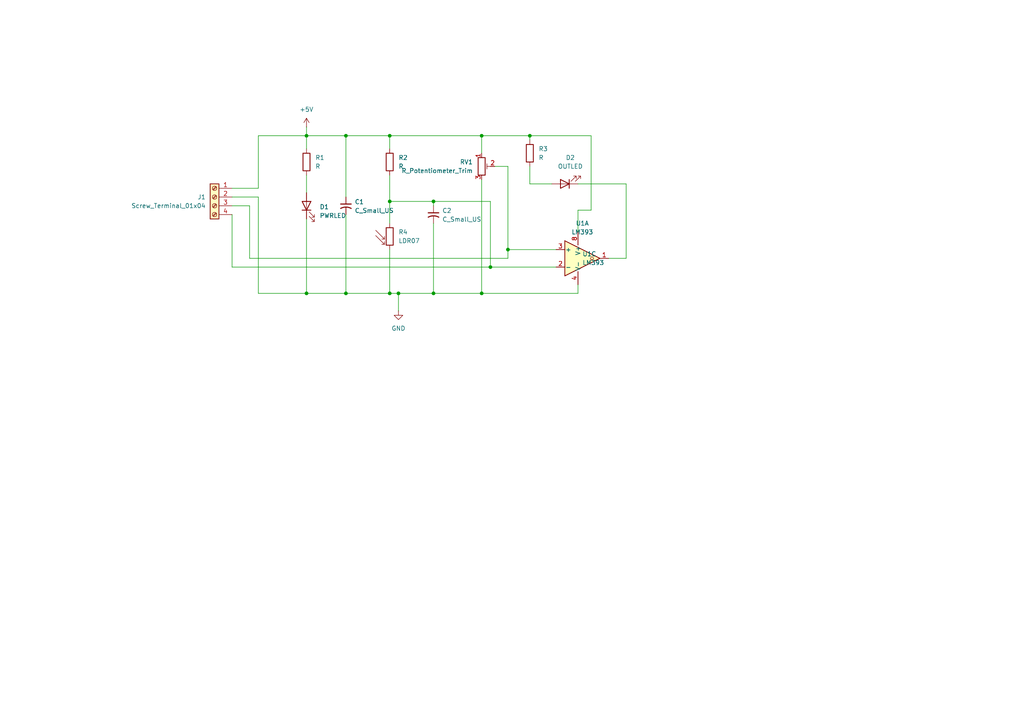
<source format=kicad_sch>
(kicad_sch
	(version 20250114)
	(generator "eeschema")
	(generator_version "9.0")
	(uuid "7d0d812b-e510-439d-bbc5-3805dd10db2e")
	(paper "A4")
	(lib_symbols
		(symbol "Comparator:LM393"
			(pin_names
				(offset 0.127)
			)
			(exclude_from_sim no)
			(in_bom yes)
			(on_board yes)
			(property "Reference" "U"
				(at 3.81 3.81 0)
				(effects
					(font
						(size 1.27 1.27)
					)
				)
			)
			(property "Value" "LM393"
				(at 6.35 -3.81 0)
				(effects
					(font
						(size 1.27 1.27)
					)
				)
			)
			(property "Footprint" ""
				(at 0 0 0)
				(effects
					(font
						(size 1.27 1.27)
					)
					(hide yes)
				)
			)
			(property "Datasheet" "http://www.ti.com/lit/ds/symlink/lm393.pdf"
				(at 0 0 0)
				(effects
					(font
						(size 1.27 1.27)
					)
					(hide yes)
				)
			)
			(property "Description" "Low-Power, Low-Offset Voltage, Dual Comparators, DIP-8/SOIC-8/TO-99-8"
				(at 0 0 0)
				(effects
					(font
						(size 1.27 1.27)
					)
					(hide yes)
				)
			)
			(property "ki_locked" ""
				(at 0 0 0)
				(effects
					(font
						(size 1.27 1.27)
					)
				)
			)
			(property "ki_keywords" "cmp open collector"
				(at 0 0 0)
				(effects
					(font
						(size 1.27 1.27)
					)
					(hide yes)
				)
			)
			(property "ki_fp_filters" "SOIC*3.9x4.9mm*P1.27mm* DIP*W7.62mm* SOP*5.28x5.23mm*P1.27mm* VSSOP*3x3mm*P0.65mm* TSSOP*4.4x3mm*P0.65mm*"
				(at 0 0 0)
				(effects
					(font
						(size 1.27 1.27)
					)
					(hide yes)
				)
			)
			(symbol "LM393_1_1"
				(polyline
					(pts
						(xy -5.08 5.08) (xy 5.08 0) (xy -5.08 -5.08) (xy -5.08 5.08)
					)
					(stroke
						(width 0.254)
						(type default)
					)
					(fill
						(type background)
					)
				)
				(polyline
					(pts
						(xy 3.302 -0.508) (xy 2.794 -0.508) (xy 3.302 0) (xy 2.794 0.508) (xy 2.286 0) (xy 2.794 -0.508)
						(xy 2.286 -0.508)
					)
					(stroke
						(width 0.127)
						(type default)
					)
					(fill
						(type none)
					)
				)
				(pin input line
					(at -7.62 2.54 0)
					(length 2.54)
					(name "+"
						(effects
							(font
								(size 1.27 1.27)
							)
						)
					)
					(number "3"
						(effects
							(font
								(size 1.27 1.27)
							)
						)
					)
				)
				(pin input line
					(at -7.62 -2.54 0)
					(length 2.54)
					(name "-"
						(effects
							(font
								(size 1.27 1.27)
							)
						)
					)
					(number "2"
						(effects
							(font
								(size 1.27 1.27)
							)
						)
					)
				)
				(pin open_collector line
					(at 7.62 0 180)
					(length 2.54)
					(name "~"
						(effects
							(font
								(size 1.27 1.27)
							)
						)
					)
					(number "1"
						(effects
							(font
								(size 1.27 1.27)
							)
						)
					)
				)
			)
			(symbol "LM393_2_1"
				(polyline
					(pts
						(xy -5.08 5.08) (xy 5.08 0) (xy -5.08 -5.08) (xy -5.08 5.08)
					)
					(stroke
						(width 0.254)
						(type default)
					)
					(fill
						(type background)
					)
				)
				(polyline
					(pts
						(xy 3.302 -0.508) (xy 2.794 -0.508) (xy 3.302 0) (xy 2.794 0.508) (xy 2.286 0) (xy 2.794 -0.508)
						(xy 2.286 -0.508)
					)
					(stroke
						(width 0.127)
						(type default)
					)
					(fill
						(type none)
					)
				)
				(pin input line
					(at -7.62 2.54 0)
					(length 2.54)
					(name "+"
						(effects
							(font
								(size 1.27 1.27)
							)
						)
					)
					(number "5"
						(effects
							(font
								(size 1.27 1.27)
							)
						)
					)
				)
				(pin input line
					(at -7.62 -2.54 0)
					(length 2.54)
					(name "-"
						(effects
							(font
								(size 1.27 1.27)
							)
						)
					)
					(number "6"
						(effects
							(font
								(size 1.27 1.27)
							)
						)
					)
				)
				(pin open_collector line
					(at 7.62 0 180)
					(length 2.54)
					(name "~"
						(effects
							(font
								(size 1.27 1.27)
							)
						)
					)
					(number "7"
						(effects
							(font
								(size 1.27 1.27)
							)
						)
					)
				)
			)
			(symbol "LM393_3_1"
				(pin power_in line
					(at -2.54 7.62 270)
					(length 3.81)
					(name "V+"
						(effects
							(font
								(size 1.27 1.27)
							)
						)
					)
					(number "8"
						(effects
							(font
								(size 1.27 1.27)
							)
						)
					)
				)
				(pin power_in line
					(at -2.54 -7.62 90)
					(length 3.81)
					(name "V-"
						(effects
							(font
								(size 1.27 1.27)
							)
						)
					)
					(number "4"
						(effects
							(font
								(size 1.27 1.27)
							)
						)
					)
				)
			)
			(embedded_fonts no)
		)
		(symbol "Connector:Screw_Terminal_01x04"
			(pin_names
				(offset 1.016)
				(hide yes)
			)
			(exclude_from_sim no)
			(in_bom yes)
			(on_board yes)
			(property "Reference" "J"
				(at 0 5.08 0)
				(effects
					(font
						(size 1.27 1.27)
					)
				)
			)
			(property "Value" "Screw_Terminal_01x04"
				(at 0 -7.62 0)
				(effects
					(font
						(size 1.27 1.27)
					)
				)
			)
			(property "Footprint" ""
				(at 0 0 0)
				(effects
					(font
						(size 1.27 1.27)
					)
					(hide yes)
				)
			)
			(property "Datasheet" "~"
				(at 0 0 0)
				(effects
					(font
						(size 1.27 1.27)
					)
					(hide yes)
				)
			)
			(property "Description" "Generic screw terminal, single row, 01x04, script generated (kicad-library-utils/schlib/autogen/connector/)"
				(at 0 0 0)
				(effects
					(font
						(size 1.27 1.27)
					)
					(hide yes)
				)
			)
			(property "ki_keywords" "screw terminal"
				(at 0 0 0)
				(effects
					(font
						(size 1.27 1.27)
					)
					(hide yes)
				)
			)
			(property "ki_fp_filters" "TerminalBlock*:*"
				(at 0 0 0)
				(effects
					(font
						(size 1.27 1.27)
					)
					(hide yes)
				)
			)
			(symbol "Screw_Terminal_01x04_1_1"
				(rectangle
					(start -1.27 3.81)
					(end 1.27 -6.35)
					(stroke
						(width 0.254)
						(type default)
					)
					(fill
						(type background)
					)
				)
				(polyline
					(pts
						(xy -0.5334 2.8702) (xy 0.3302 2.032)
					)
					(stroke
						(width 0.1524)
						(type default)
					)
					(fill
						(type none)
					)
				)
				(polyline
					(pts
						(xy -0.5334 0.3302) (xy 0.3302 -0.508)
					)
					(stroke
						(width 0.1524)
						(type default)
					)
					(fill
						(type none)
					)
				)
				(polyline
					(pts
						(xy -0.5334 -2.2098) (xy 0.3302 -3.048)
					)
					(stroke
						(width 0.1524)
						(type default)
					)
					(fill
						(type none)
					)
				)
				(polyline
					(pts
						(xy -0.5334 -4.7498) (xy 0.3302 -5.588)
					)
					(stroke
						(width 0.1524)
						(type default)
					)
					(fill
						(type none)
					)
				)
				(polyline
					(pts
						(xy -0.3556 3.048) (xy 0.508 2.2098)
					)
					(stroke
						(width 0.1524)
						(type default)
					)
					(fill
						(type none)
					)
				)
				(polyline
					(pts
						(xy -0.3556 0.508) (xy 0.508 -0.3302)
					)
					(stroke
						(width 0.1524)
						(type default)
					)
					(fill
						(type none)
					)
				)
				(polyline
					(pts
						(xy -0.3556 -2.032) (xy 0.508 -2.8702)
					)
					(stroke
						(width 0.1524)
						(type default)
					)
					(fill
						(type none)
					)
				)
				(polyline
					(pts
						(xy -0.3556 -4.572) (xy 0.508 -5.4102)
					)
					(stroke
						(width 0.1524)
						(type default)
					)
					(fill
						(type none)
					)
				)
				(circle
					(center 0 2.54)
					(radius 0.635)
					(stroke
						(width 0.1524)
						(type default)
					)
					(fill
						(type none)
					)
				)
				(circle
					(center 0 0)
					(radius 0.635)
					(stroke
						(width 0.1524)
						(type default)
					)
					(fill
						(type none)
					)
				)
				(circle
					(center 0 -2.54)
					(radius 0.635)
					(stroke
						(width 0.1524)
						(type default)
					)
					(fill
						(type none)
					)
				)
				(circle
					(center 0 -5.08)
					(radius 0.635)
					(stroke
						(width 0.1524)
						(type default)
					)
					(fill
						(type none)
					)
				)
				(pin passive line
					(at -5.08 2.54 0)
					(length 3.81)
					(name "Pin_1"
						(effects
							(font
								(size 1.27 1.27)
							)
						)
					)
					(number "1"
						(effects
							(font
								(size 1.27 1.27)
							)
						)
					)
				)
				(pin passive line
					(at -5.08 0 0)
					(length 3.81)
					(name "Pin_2"
						(effects
							(font
								(size 1.27 1.27)
							)
						)
					)
					(number "2"
						(effects
							(font
								(size 1.27 1.27)
							)
						)
					)
				)
				(pin passive line
					(at -5.08 -2.54 0)
					(length 3.81)
					(name "Pin_3"
						(effects
							(font
								(size 1.27 1.27)
							)
						)
					)
					(number "3"
						(effects
							(font
								(size 1.27 1.27)
							)
						)
					)
				)
				(pin passive line
					(at -5.08 -5.08 0)
					(length 3.81)
					(name "Pin_4"
						(effects
							(font
								(size 1.27 1.27)
							)
						)
					)
					(number "4"
						(effects
							(font
								(size 1.27 1.27)
							)
						)
					)
				)
			)
			(embedded_fonts no)
		)
		(symbol "Device:C_Small_US"
			(pin_numbers
				(hide yes)
			)
			(pin_names
				(offset 0.254)
				(hide yes)
			)
			(exclude_from_sim no)
			(in_bom yes)
			(on_board yes)
			(property "Reference" "C"
				(at 0.254 1.778 0)
				(effects
					(font
						(size 1.27 1.27)
					)
					(justify left)
				)
			)
			(property "Value" "C_Small_US"
				(at 0.254 -2.032 0)
				(effects
					(font
						(size 1.27 1.27)
					)
					(justify left)
				)
			)
			(property "Footprint" ""
				(at 0 0 0)
				(effects
					(font
						(size 1.27 1.27)
					)
					(hide yes)
				)
			)
			(property "Datasheet" ""
				(at 0 0 0)
				(effects
					(font
						(size 1.27 1.27)
					)
					(hide yes)
				)
			)
			(property "Description" "capacitor, small US symbol"
				(at 0 0 0)
				(effects
					(font
						(size 1.27 1.27)
					)
					(hide yes)
				)
			)
			(property "ki_keywords" "cap capacitor"
				(at 0 0 0)
				(effects
					(font
						(size 1.27 1.27)
					)
					(hide yes)
				)
			)
			(property "ki_fp_filters" "C_*"
				(at 0 0 0)
				(effects
					(font
						(size 1.27 1.27)
					)
					(hide yes)
				)
			)
			(symbol "C_Small_US_0_1"
				(polyline
					(pts
						(xy -1.524 0.508) (xy 1.524 0.508)
					)
					(stroke
						(width 0.3048)
						(type default)
					)
					(fill
						(type none)
					)
				)
				(arc
					(start -1.524 -0.762)
					(mid 0 -0.3734)
					(end 1.524 -0.762)
					(stroke
						(width 0.3048)
						(type default)
					)
					(fill
						(type none)
					)
				)
			)
			(symbol "C_Small_US_1_1"
				(pin passive line
					(at 0 2.54 270)
					(length 2.032)
					(name "~"
						(effects
							(font
								(size 1.27 1.27)
							)
						)
					)
					(number "1"
						(effects
							(font
								(size 1.27 1.27)
							)
						)
					)
				)
				(pin passive line
					(at 0 -2.54 90)
					(length 2.032)
					(name "~"
						(effects
							(font
								(size 1.27 1.27)
							)
						)
					)
					(number "2"
						(effects
							(font
								(size 1.27 1.27)
							)
						)
					)
				)
			)
			(embedded_fonts no)
		)
		(symbol "Device:LED"
			(pin_numbers
				(hide yes)
			)
			(pin_names
				(offset 1.016)
				(hide yes)
			)
			(exclude_from_sim no)
			(in_bom yes)
			(on_board yes)
			(property "Reference" "D"
				(at 0 2.54 0)
				(effects
					(font
						(size 1.27 1.27)
					)
				)
			)
			(property "Value" "LED"
				(at 0 -2.54 0)
				(effects
					(font
						(size 1.27 1.27)
					)
				)
			)
			(property "Footprint" ""
				(at 0 0 0)
				(effects
					(font
						(size 1.27 1.27)
					)
					(hide yes)
				)
			)
			(property "Datasheet" "~"
				(at 0 0 0)
				(effects
					(font
						(size 1.27 1.27)
					)
					(hide yes)
				)
			)
			(property "Description" "Light emitting diode"
				(at 0 0 0)
				(effects
					(font
						(size 1.27 1.27)
					)
					(hide yes)
				)
			)
			(property "Sim.Pins" "1=K 2=A"
				(at 0 0 0)
				(effects
					(font
						(size 1.27 1.27)
					)
					(hide yes)
				)
			)
			(property "ki_keywords" "LED diode"
				(at 0 0 0)
				(effects
					(font
						(size 1.27 1.27)
					)
					(hide yes)
				)
			)
			(property "ki_fp_filters" "LED* LED_SMD:* LED_THT:*"
				(at 0 0 0)
				(effects
					(font
						(size 1.27 1.27)
					)
					(hide yes)
				)
			)
			(symbol "LED_0_1"
				(polyline
					(pts
						(xy -3.048 -0.762) (xy -4.572 -2.286) (xy -3.81 -2.286) (xy -4.572 -2.286) (xy -4.572 -1.524)
					)
					(stroke
						(width 0)
						(type default)
					)
					(fill
						(type none)
					)
				)
				(polyline
					(pts
						(xy -1.778 -0.762) (xy -3.302 -2.286) (xy -2.54 -2.286) (xy -3.302 -2.286) (xy -3.302 -1.524)
					)
					(stroke
						(width 0)
						(type default)
					)
					(fill
						(type none)
					)
				)
				(polyline
					(pts
						(xy -1.27 0) (xy 1.27 0)
					)
					(stroke
						(width 0)
						(type default)
					)
					(fill
						(type none)
					)
				)
				(polyline
					(pts
						(xy -1.27 -1.27) (xy -1.27 1.27)
					)
					(stroke
						(width 0.254)
						(type default)
					)
					(fill
						(type none)
					)
				)
				(polyline
					(pts
						(xy 1.27 -1.27) (xy 1.27 1.27) (xy -1.27 0) (xy 1.27 -1.27)
					)
					(stroke
						(width 0.254)
						(type default)
					)
					(fill
						(type none)
					)
				)
			)
			(symbol "LED_1_1"
				(pin passive line
					(at -3.81 0 0)
					(length 2.54)
					(name "K"
						(effects
							(font
								(size 1.27 1.27)
							)
						)
					)
					(number "1"
						(effects
							(font
								(size 1.27 1.27)
							)
						)
					)
				)
				(pin passive line
					(at 3.81 0 180)
					(length 2.54)
					(name "A"
						(effects
							(font
								(size 1.27 1.27)
							)
						)
					)
					(number "2"
						(effects
							(font
								(size 1.27 1.27)
							)
						)
					)
				)
			)
			(embedded_fonts no)
		)
		(symbol "Device:R"
			(pin_numbers
				(hide yes)
			)
			(pin_names
				(offset 0)
			)
			(exclude_from_sim no)
			(in_bom yes)
			(on_board yes)
			(property "Reference" "R"
				(at 2.032 0 90)
				(effects
					(font
						(size 1.27 1.27)
					)
				)
			)
			(property "Value" "R"
				(at 0 0 90)
				(effects
					(font
						(size 1.27 1.27)
					)
				)
			)
			(property "Footprint" ""
				(at -1.778 0 90)
				(effects
					(font
						(size 1.27 1.27)
					)
					(hide yes)
				)
			)
			(property "Datasheet" "~"
				(at 0 0 0)
				(effects
					(font
						(size 1.27 1.27)
					)
					(hide yes)
				)
			)
			(property "Description" "Resistor"
				(at 0 0 0)
				(effects
					(font
						(size 1.27 1.27)
					)
					(hide yes)
				)
			)
			(property "ki_keywords" "R res resistor"
				(at 0 0 0)
				(effects
					(font
						(size 1.27 1.27)
					)
					(hide yes)
				)
			)
			(property "ki_fp_filters" "R_*"
				(at 0 0 0)
				(effects
					(font
						(size 1.27 1.27)
					)
					(hide yes)
				)
			)
			(symbol "R_0_1"
				(rectangle
					(start -1.016 -2.54)
					(end 1.016 2.54)
					(stroke
						(width 0.254)
						(type default)
					)
					(fill
						(type none)
					)
				)
			)
			(symbol "R_1_1"
				(pin passive line
					(at 0 3.81 270)
					(length 1.27)
					(name "~"
						(effects
							(font
								(size 1.27 1.27)
							)
						)
					)
					(number "1"
						(effects
							(font
								(size 1.27 1.27)
							)
						)
					)
				)
				(pin passive line
					(at 0 -3.81 90)
					(length 1.27)
					(name "~"
						(effects
							(font
								(size 1.27 1.27)
							)
						)
					)
					(number "2"
						(effects
							(font
								(size 1.27 1.27)
							)
						)
					)
				)
			)
			(embedded_fonts no)
		)
		(symbol "Device:R_Potentiometer_Trim"
			(pin_names
				(offset 1.016)
				(hide yes)
			)
			(exclude_from_sim no)
			(in_bom yes)
			(on_board yes)
			(property "Reference" "RV"
				(at -4.445 0 90)
				(effects
					(font
						(size 1.27 1.27)
					)
				)
			)
			(property "Value" "R_Potentiometer_Trim"
				(at -2.54 0 90)
				(effects
					(font
						(size 1.27 1.27)
					)
				)
			)
			(property "Footprint" ""
				(at 0 0 0)
				(effects
					(font
						(size 1.27 1.27)
					)
					(hide yes)
				)
			)
			(property "Datasheet" "~"
				(at 0 0 0)
				(effects
					(font
						(size 1.27 1.27)
					)
					(hide yes)
				)
			)
			(property "Description" "Trim-potentiometer"
				(at 0 0 0)
				(effects
					(font
						(size 1.27 1.27)
					)
					(hide yes)
				)
			)
			(property "ki_keywords" "resistor variable trimpot trimmer"
				(at 0 0 0)
				(effects
					(font
						(size 1.27 1.27)
					)
					(hide yes)
				)
			)
			(property "ki_fp_filters" "Potentiometer*"
				(at 0 0 0)
				(effects
					(font
						(size 1.27 1.27)
					)
					(hide yes)
				)
			)
			(symbol "R_Potentiometer_Trim_0_1"
				(rectangle
					(start 1.016 2.54)
					(end -1.016 -2.54)
					(stroke
						(width 0.254)
						(type default)
					)
					(fill
						(type none)
					)
				)
				(polyline
					(pts
						(xy 1.524 0.762) (xy 1.524 -0.762)
					)
					(stroke
						(width 0)
						(type default)
					)
					(fill
						(type none)
					)
				)
				(polyline
					(pts
						(xy 2.54 0) (xy 1.524 0)
					)
					(stroke
						(width 0)
						(type default)
					)
					(fill
						(type none)
					)
				)
			)
			(symbol "R_Potentiometer_Trim_1_1"
				(pin passive line
					(at 0 3.81 270)
					(length 1.27)
					(name "1"
						(effects
							(font
								(size 1.27 1.27)
							)
						)
					)
					(number "1"
						(effects
							(font
								(size 1.27 1.27)
							)
						)
					)
				)
				(pin passive line
					(at 0 -3.81 90)
					(length 1.27)
					(name "3"
						(effects
							(font
								(size 1.27 1.27)
							)
						)
					)
					(number "3"
						(effects
							(font
								(size 1.27 1.27)
							)
						)
					)
				)
				(pin passive line
					(at 3.81 0 180)
					(length 1.27)
					(name "2"
						(effects
							(font
								(size 1.27 1.27)
							)
						)
					)
					(number "2"
						(effects
							(font
								(size 1.27 1.27)
							)
						)
					)
				)
			)
			(embedded_fonts no)
		)
		(symbol "Sensor_Optical:LDR07"
			(pin_numbers
				(hide yes)
			)
			(pin_names
				(offset 0)
			)
			(exclude_from_sim no)
			(in_bom yes)
			(on_board yes)
			(property "Reference" "R"
				(at -5.08 0 90)
				(effects
					(font
						(size 1.27 1.27)
					)
				)
			)
			(property "Value" "LDR07"
				(at 1.905 0 90)
				(effects
					(font
						(size 1.27 1.27)
					)
					(justify top)
				)
			)
			(property "Footprint" "OptoDevice:R_LDR_5.1x4.3mm_P3.4mm_Vertical"
				(at 4.445 0 90)
				(effects
					(font
						(size 1.27 1.27)
					)
					(hide yes)
				)
			)
			(property "Datasheet" "http://www.tme.eu/de/Document/f2e3ad76a925811312d226c31da4cd7e/LDR07.pdf"
				(at 0 -1.27 0)
				(effects
					(font
						(size 1.27 1.27)
					)
					(hide yes)
				)
			)
			(property "Description" "light dependent resistor"
				(at 0 0 0)
				(effects
					(font
						(size 1.27 1.27)
					)
					(hide yes)
				)
			)
			(property "ki_keywords" "light dependent photo resistor LDR"
				(at 0 0 0)
				(effects
					(font
						(size 1.27 1.27)
					)
					(hide yes)
				)
			)
			(property "ki_fp_filters" "R*LDR*5.1x4.3mm*P3.4mm*"
				(at 0 0 0)
				(effects
					(font
						(size 1.27 1.27)
					)
					(hide yes)
				)
			)
			(symbol "LDR07_0_1"
				(polyline
					(pts
						(xy -1.524 -0.762) (xy -4.064 1.778)
					)
					(stroke
						(width 0)
						(type default)
					)
					(fill
						(type none)
					)
				)
				(polyline
					(pts
						(xy -1.524 -0.762) (xy -2.286 -0.762)
					)
					(stroke
						(width 0)
						(type default)
					)
					(fill
						(type none)
					)
				)
				(polyline
					(pts
						(xy -1.524 -0.762) (xy -1.524 0)
					)
					(stroke
						(width 0)
						(type default)
					)
					(fill
						(type none)
					)
				)
				(polyline
					(pts
						(xy -1.524 -2.286) (xy -4.064 0.254)
					)
					(stroke
						(width 0)
						(type default)
					)
					(fill
						(type none)
					)
				)
				(polyline
					(pts
						(xy -1.524 -2.286) (xy -2.286 -2.286)
					)
					(stroke
						(width 0)
						(type default)
					)
					(fill
						(type none)
					)
				)
				(polyline
					(pts
						(xy -1.524 -2.286) (xy -1.524 -1.524)
					)
					(stroke
						(width 0)
						(type default)
					)
					(fill
						(type none)
					)
				)
				(rectangle
					(start -1.016 2.54)
					(end 1.016 -2.54)
					(stroke
						(width 0.254)
						(type default)
					)
					(fill
						(type none)
					)
				)
			)
			(symbol "LDR07_1_1"
				(pin passive line
					(at 0 3.81 270)
					(length 1.27)
					(name "~"
						(effects
							(font
								(size 1.27 1.27)
							)
						)
					)
					(number "1"
						(effects
							(font
								(size 1.27 1.27)
							)
						)
					)
				)
				(pin passive line
					(at 0 -3.81 90)
					(length 1.27)
					(name "~"
						(effects
							(font
								(size 1.27 1.27)
							)
						)
					)
					(number "2"
						(effects
							(font
								(size 1.27 1.27)
							)
						)
					)
				)
			)
			(embedded_fonts no)
		)
		(symbol "power:+5V"
			(power)
			(pin_numbers
				(hide yes)
			)
			(pin_names
				(offset 0)
				(hide yes)
			)
			(exclude_from_sim no)
			(in_bom yes)
			(on_board yes)
			(property "Reference" "#PWR"
				(at 0 -3.81 0)
				(effects
					(font
						(size 1.27 1.27)
					)
					(hide yes)
				)
			)
			(property "Value" "+5V"
				(at 0 3.556 0)
				(effects
					(font
						(size 1.27 1.27)
					)
				)
			)
			(property "Footprint" ""
				(at 0 0 0)
				(effects
					(font
						(size 1.27 1.27)
					)
					(hide yes)
				)
			)
			(property "Datasheet" ""
				(at 0 0 0)
				(effects
					(font
						(size 1.27 1.27)
					)
					(hide yes)
				)
			)
			(property "Description" "Power symbol creates a global label with name \"+5V\""
				(at 0 0 0)
				(effects
					(font
						(size 1.27 1.27)
					)
					(hide yes)
				)
			)
			(property "ki_keywords" "global power"
				(at 0 0 0)
				(effects
					(font
						(size 1.27 1.27)
					)
					(hide yes)
				)
			)
			(symbol "+5V_0_1"
				(polyline
					(pts
						(xy -0.762 1.27) (xy 0 2.54)
					)
					(stroke
						(width 0)
						(type default)
					)
					(fill
						(type none)
					)
				)
				(polyline
					(pts
						(xy 0 2.54) (xy 0.762 1.27)
					)
					(stroke
						(width 0)
						(type default)
					)
					(fill
						(type none)
					)
				)
				(polyline
					(pts
						(xy 0 0) (xy 0 2.54)
					)
					(stroke
						(width 0)
						(type default)
					)
					(fill
						(type none)
					)
				)
			)
			(symbol "+5V_1_1"
				(pin power_in line
					(at 0 0 90)
					(length 0)
					(name "~"
						(effects
							(font
								(size 1.27 1.27)
							)
						)
					)
					(number "1"
						(effects
							(font
								(size 1.27 1.27)
							)
						)
					)
				)
			)
			(embedded_fonts no)
		)
		(symbol "power:GND"
			(power)
			(pin_numbers
				(hide yes)
			)
			(pin_names
				(offset 0)
				(hide yes)
			)
			(exclude_from_sim no)
			(in_bom yes)
			(on_board yes)
			(property "Reference" "#PWR"
				(at 0 -6.35 0)
				(effects
					(font
						(size 1.27 1.27)
					)
					(hide yes)
				)
			)
			(property "Value" "GND"
				(at 0 -3.81 0)
				(effects
					(font
						(size 1.27 1.27)
					)
				)
			)
			(property "Footprint" ""
				(at 0 0 0)
				(effects
					(font
						(size 1.27 1.27)
					)
					(hide yes)
				)
			)
			(property "Datasheet" ""
				(at 0 0 0)
				(effects
					(font
						(size 1.27 1.27)
					)
					(hide yes)
				)
			)
			(property "Description" "Power symbol creates a global label with name \"GND\" , ground"
				(at 0 0 0)
				(effects
					(font
						(size 1.27 1.27)
					)
					(hide yes)
				)
			)
			(property "ki_keywords" "global power"
				(at 0 0 0)
				(effects
					(font
						(size 1.27 1.27)
					)
					(hide yes)
				)
			)
			(symbol "GND_0_1"
				(polyline
					(pts
						(xy 0 0) (xy 0 -1.27) (xy 1.27 -1.27) (xy 0 -2.54) (xy -1.27 -1.27) (xy 0 -1.27)
					)
					(stroke
						(width 0)
						(type default)
					)
					(fill
						(type none)
					)
				)
			)
			(symbol "GND_1_1"
				(pin power_in line
					(at 0 0 270)
					(length 0)
					(name "~"
						(effects
							(font
								(size 1.27 1.27)
							)
						)
					)
					(number "1"
						(effects
							(font
								(size 1.27 1.27)
							)
						)
					)
				)
			)
			(embedded_fonts no)
		)
	)
	(junction
		(at 125.73 58.42)
		(diameter 0)
		(color 0 0 0 0)
		(uuid "005e0e43-3fc6-41ca-962e-a8cfe5774437")
	)
	(junction
		(at 113.03 39.37)
		(diameter 0)
		(color 0 0 0 0)
		(uuid "0a5d17c5-6128-48fb-a012-d4dd0e254161")
	)
	(junction
		(at 88.9 85.09)
		(diameter 0)
		(color 0 0 0 0)
		(uuid "18a8f26c-307f-4c19-9678-835f550df1c3")
	)
	(junction
		(at 153.67 39.37)
		(diameter 0)
		(color 0 0 0 0)
		(uuid "3df2b33b-5422-455c-b964-88e2f0fd06d6")
	)
	(junction
		(at 147.32 72.39)
		(diameter 0)
		(color 0 0 0 0)
		(uuid "48550805-48dc-4e10-9994-7955b0fe660a")
	)
	(junction
		(at 113.03 58.42)
		(diameter 0)
		(color 0 0 0 0)
		(uuid "599d0d95-5836-486e-a252-a987d3650c30")
	)
	(junction
		(at 139.7 85.09)
		(diameter 0)
		(color 0 0 0 0)
		(uuid "899a2d54-8340-4154-87a4-bfb02a2bec26")
	)
	(junction
		(at 113.03 85.09)
		(diameter 0)
		(color 0 0 0 0)
		(uuid "97645fe3-dadf-48d3-a59b-c37ab0491f36")
	)
	(junction
		(at 100.33 85.09)
		(diameter 0)
		(color 0 0 0 0)
		(uuid "9cfe721b-c048-4f7c-8407-1b9308e506e0")
	)
	(junction
		(at 115.57 85.09)
		(diameter 0)
		(color 0 0 0 0)
		(uuid "9f5ef7d6-f904-4bba-b124-20f2d05d7563")
	)
	(junction
		(at 142.24 77.47)
		(diameter 0)
		(color 0 0 0 0)
		(uuid "ae03eada-f15b-4268-b6b8-25cfec7dd667")
	)
	(junction
		(at 139.7 39.37)
		(diameter 0)
		(color 0 0 0 0)
		(uuid "b696283e-1b22-4fe0-bc8c-5ecc6db2d7ea")
	)
	(junction
		(at 100.33 39.37)
		(diameter 0)
		(color 0 0 0 0)
		(uuid "bd5ecc6e-87db-4149-ac80-6c39f4d294e7")
	)
	(junction
		(at 88.9 39.37)
		(diameter 0)
		(color 0 0 0 0)
		(uuid "c6e73e72-e8e7-4d95-ba64-083259ae0c77")
	)
	(junction
		(at 125.73 85.09)
		(diameter 0)
		(color 0 0 0 0)
		(uuid "ff1f0f58-ae92-45a2-8cec-4409b07a70cd")
	)
	(wire
		(pts
			(xy 153.67 40.64) (xy 153.67 39.37)
		)
		(stroke
			(width 0)
			(type default)
		)
		(uuid "02bb97b6-ced1-4888-b63b-137d7c6187af")
	)
	(wire
		(pts
			(xy 161.29 77.47) (xy 142.24 77.47)
		)
		(stroke
			(width 0)
			(type default)
		)
		(uuid "0c0b320c-1fa4-41bb-9e24-c76dbf6d1056")
	)
	(wire
		(pts
			(xy 125.73 58.42) (xy 113.03 58.42)
		)
		(stroke
			(width 0)
			(type default)
		)
		(uuid "0def90ab-7104-4006-a90d-19f747ee628d")
	)
	(wire
		(pts
			(xy 67.31 77.47) (xy 142.24 77.47)
		)
		(stroke
			(width 0)
			(type default)
		)
		(uuid "0f7d651e-8922-4c30-92ee-1018233ed08b")
	)
	(wire
		(pts
			(xy 113.03 72.39) (xy 113.03 85.09)
		)
		(stroke
			(width 0)
			(type default)
		)
		(uuid "108b8997-6677-4060-873a-da95e4af00d2")
	)
	(wire
		(pts
			(xy 125.73 59.69) (xy 125.73 58.42)
		)
		(stroke
			(width 0)
			(type default)
		)
		(uuid "13159523-65a9-47b2-8fe2-b81c7ee3ed1b")
	)
	(wire
		(pts
			(xy 167.64 85.09) (xy 167.64 82.55)
		)
		(stroke
			(width 0)
			(type default)
		)
		(uuid "1373b537-43f9-461b-9d27-df2e842ca623")
	)
	(wire
		(pts
			(xy 171.45 60.96) (xy 167.64 60.96)
		)
		(stroke
			(width 0)
			(type default)
		)
		(uuid "159bd51e-7319-4cc8-b2f9-2631758296c8")
	)
	(wire
		(pts
			(xy 125.73 85.09) (xy 115.57 85.09)
		)
		(stroke
			(width 0)
			(type default)
		)
		(uuid "15be20f7-6aae-49a2-967b-4f6769d37c6a")
	)
	(wire
		(pts
			(xy 67.31 62.23) (xy 67.31 77.47)
		)
		(stroke
			(width 0)
			(type default)
		)
		(uuid "186355a7-a2d4-4e37-bab2-180bffd375d4")
	)
	(wire
		(pts
			(xy 74.93 57.15) (xy 74.93 85.09)
		)
		(stroke
			(width 0)
			(type default)
		)
		(uuid "19f13721-537f-403f-a8f4-e826f1a1205f")
	)
	(wire
		(pts
			(xy 167.64 60.96) (xy 167.64 67.31)
		)
		(stroke
			(width 0)
			(type default)
		)
		(uuid "1c8c9831-0ba2-4787-abbd-f2ac90199566")
	)
	(wire
		(pts
			(xy 143.51 48.26) (xy 147.32 48.26)
		)
		(stroke
			(width 0)
			(type default)
		)
		(uuid "1dc919d9-0ded-4273-b718-3db3979ae307")
	)
	(wire
		(pts
			(xy 100.33 39.37) (xy 88.9 39.37)
		)
		(stroke
			(width 0)
			(type default)
		)
		(uuid "27615aaa-a70f-4a0c-94fe-750dfeab1517")
	)
	(wire
		(pts
			(xy 139.7 85.09) (xy 167.64 85.09)
		)
		(stroke
			(width 0)
			(type default)
		)
		(uuid "27f572e6-4d7a-43e0-ae4e-63b6c0cfff46")
	)
	(wire
		(pts
			(xy 181.61 74.93) (xy 176.53 74.93)
		)
		(stroke
			(width 0)
			(type default)
		)
		(uuid "29f8a7ed-5458-41f9-b720-b2416c05df9c")
	)
	(wire
		(pts
			(xy 72.39 74.93) (xy 147.32 74.93)
		)
		(stroke
			(width 0)
			(type default)
		)
		(uuid "2adc4eaa-15d2-4c7f-9500-09acd2aa8167")
	)
	(wire
		(pts
			(xy 142.24 77.47) (xy 142.24 58.42)
		)
		(stroke
			(width 0)
			(type default)
		)
		(uuid "2ae937c5-b6c8-4c1a-b267-d34b07ba8b91")
	)
	(wire
		(pts
			(xy 88.9 63.5) (xy 88.9 85.09)
		)
		(stroke
			(width 0)
			(type default)
		)
		(uuid "2bdbba9e-986a-4ede-acb1-8a7fb1fd09b6")
	)
	(wire
		(pts
			(xy 139.7 85.09) (xy 125.73 85.09)
		)
		(stroke
			(width 0)
			(type default)
		)
		(uuid "2ce1997d-2635-42c5-973f-d2992b19da83")
	)
	(wire
		(pts
			(xy 88.9 85.09) (xy 100.33 85.09)
		)
		(stroke
			(width 0)
			(type default)
		)
		(uuid "3156b20d-03d6-497c-9a06-5b3233c12804")
	)
	(wire
		(pts
			(xy 113.03 39.37) (xy 100.33 39.37)
		)
		(stroke
			(width 0)
			(type default)
		)
		(uuid "436b3039-27c7-4391-9b19-0a16f60071a2")
	)
	(wire
		(pts
			(xy 147.32 74.93) (xy 147.32 72.39)
		)
		(stroke
			(width 0)
			(type default)
		)
		(uuid "452125eb-7325-4d6d-9a56-6b2b185dc0b2")
	)
	(wire
		(pts
			(xy 115.57 85.09) (xy 115.57 90.17)
		)
		(stroke
			(width 0)
			(type default)
		)
		(uuid "47d6f04f-d666-4332-8946-b5a281b115c7")
	)
	(wire
		(pts
			(xy 153.67 39.37) (xy 139.7 39.37)
		)
		(stroke
			(width 0)
			(type default)
		)
		(uuid "484b99e7-ae98-4bf0-a338-647d5af4cfdb")
	)
	(wire
		(pts
			(xy 113.03 85.09) (xy 115.57 85.09)
		)
		(stroke
			(width 0)
			(type default)
		)
		(uuid "495f3987-3cb3-48c0-9a80-26d3bffdd7f2")
	)
	(wire
		(pts
			(xy 167.64 53.34) (xy 181.61 53.34)
		)
		(stroke
			(width 0)
			(type default)
		)
		(uuid "49f78a02-c408-4d2b-9b07-82c39292a91f")
	)
	(wire
		(pts
			(xy 88.9 39.37) (xy 88.9 43.18)
		)
		(stroke
			(width 0)
			(type default)
		)
		(uuid "4a0e68d4-4b30-449b-a3bd-8448cf5d9972")
	)
	(wire
		(pts
			(xy 113.03 43.18) (xy 113.03 39.37)
		)
		(stroke
			(width 0)
			(type default)
		)
		(uuid "4cf38071-b375-486b-afc9-268653806066")
	)
	(wire
		(pts
			(xy 153.67 53.34) (xy 160.02 53.34)
		)
		(stroke
			(width 0)
			(type default)
		)
		(uuid "57e82247-9b2b-4563-b20a-b912563b6ab4")
	)
	(wire
		(pts
			(xy 139.7 39.37) (xy 113.03 39.37)
		)
		(stroke
			(width 0)
			(type default)
		)
		(uuid "60a19c00-2463-417b-a709-727c1c0bc685")
	)
	(wire
		(pts
			(xy 139.7 44.45) (xy 139.7 39.37)
		)
		(stroke
			(width 0)
			(type default)
		)
		(uuid "7b07c90c-d3f1-4b53-bfe4-e6c8ea885f80")
	)
	(wire
		(pts
			(xy 147.32 72.39) (xy 161.29 72.39)
		)
		(stroke
			(width 0)
			(type default)
		)
		(uuid "89a8efaf-f24b-4719-9120-42a099296bc1")
	)
	(wire
		(pts
			(xy 67.31 57.15) (xy 74.93 57.15)
		)
		(stroke
			(width 0)
			(type default)
		)
		(uuid "92d1fd3a-94d5-4c14-a55e-46e4208ec340")
	)
	(wire
		(pts
			(xy 74.93 54.61) (xy 74.93 39.37)
		)
		(stroke
			(width 0)
			(type default)
		)
		(uuid "9888a7f7-4021-4065-a5fb-332495b87799")
	)
	(wire
		(pts
			(xy 100.33 62.23) (xy 100.33 85.09)
		)
		(stroke
			(width 0)
			(type default)
		)
		(uuid "98fd2f4a-eee3-4e58-9dde-43a31ad5369a")
	)
	(wire
		(pts
			(xy 88.9 50.8) (xy 88.9 55.88)
		)
		(stroke
			(width 0)
			(type default)
		)
		(uuid "9976f078-37f5-4c63-affc-1fd3522587c3")
	)
	(wire
		(pts
			(xy 67.31 59.69) (xy 72.39 59.69)
		)
		(stroke
			(width 0)
			(type default)
		)
		(uuid "9a262fb6-66be-42fb-bb7c-9524f94eb0f3")
	)
	(wire
		(pts
			(xy 125.73 64.77) (xy 125.73 85.09)
		)
		(stroke
			(width 0)
			(type default)
		)
		(uuid "9fdd7e4e-12ba-47c1-aff7-3882f17414f6")
	)
	(wire
		(pts
			(xy 181.61 53.34) (xy 181.61 74.93)
		)
		(stroke
			(width 0)
			(type default)
		)
		(uuid "a0183ab1-7504-4141-8c97-b8e5a2bc3a17")
	)
	(wire
		(pts
			(xy 113.03 58.42) (xy 113.03 64.77)
		)
		(stroke
			(width 0)
			(type default)
		)
		(uuid "a6244723-5238-42f5-8fe1-604496d6bd43")
	)
	(wire
		(pts
			(xy 100.33 57.15) (xy 100.33 39.37)
		)
		(stroke
			(width 0)
			(type default)
		)
		(uuid "a8c0586c-d7a0-4690-886f-947126ecddaa")
	)
	(wire
		(pts
			(xy 153.67 48.26) (xy 153.67 53.34)
		)
		(stroke
			(width 0)
			(type default)
		)
		(uuid "a8f85c5c-6484-4cfd-ad9b-3bfac50133e2")
	)
	(wire
		(pts
			(xy 100.33 85.09) (xy 113.03 85.09)
		)
		(stroke
			(width 0)
			(type default)
		)
		(uuid "ac3fd340-31a9-4085-818b-86853df5d022")
	)
	(wire
		(pts
			(xy 72.39 59.69) (xy 72.39 74.93)
		)
		(stroke
			(width 0)
			(type default)
		)
		(uuid "ac56216d-6244-4d8c-9b6e-87243a17e51b")
	)
	(wire
		(pts
			(xy 147.32 48.26) (xy 147.32 72.39)
		)
		(stroke
			(width 0)
			(type default)
		)
		(uuid "af8e486c-fb29-4926-95e2-bd5701ccba40")
	)
	(wire
		(pts
			(xy 67.31 54.61) (xy 74.93 54.61)
		)
		(stroke
			(width 0)
			(type default)
		)
		(uuid "b3bbaaf9-8fe8-477a-baa7-b1063cf6527d")
	)
	(wire
		(pts
			(xy 171.45 39.37) (xy 171.45 60.96)
		)
		(stroke
			(width 0)
			(type default)
		)
		(uuid "bcb08c7e-ee94-4440-8f2a-732735f754a5")
	)
	(wire
		(pts
			(xy 74.93 85.09) (xy 88.9 85.09)
		)
		(stroke
			(width 0)
			(type default)
		)
		(uuid "c3b6d1a4-05c6-4782-8a19-cfe744052fbb")
	)
	(wire
		(pts
			(xy 153.67 39.37) (xy 171.45 39.37)
		)
		(stroke
			(width 0)
			(type default)
		)
		(uuid "c9e74914-3fa9-4407-b2f2-71eb8fa3ea2e")
	)
	(wire
		(pts
			(xy 113.03 50.8) (xy 113.03 58.42)
		)
		(stroke
			(width 0)
			(type default)
		)
		(uuid "e08f3949-fdf7-4918-9cb2-df5a478412aa")
	)
	(wire
		(pts
			(xy 139.7 52.07) (xy 139.7 85.09)
		)
		(stroke
			(width 0)
			(type default)
		)
		(uuid "e479add9-19df-4e36-9c90-9ab8a397ce1d")
	)
	(wire
		(pts
			(xy 74.93 39.37) (xy 88.9 39.37)
		)
		(stroke
			(width 0)
			(type default)
		)
		(uuid "e48435ed-b970-4b4c-a85b-b1514fbdb7fb")
	)
	(wire
		(pts
			(xy 88.9 36.83) (xy 88.9 39.37)
		)
		(stroke
			(width 0)
			(type default)
		)
		(uuid "f2848cdc-6d7b-47e0-a0f2-5a2bccca81e1")
	)
	(wire
		(pts
			(xy 142.24 58.42) (xy 125.73 58.42)
		)
		(stroke
			(width 0)
			(type default)
		)
		(uuid "fad5c7e7-0043-40b2-932c-c285efacd73a")
	)
	(symbol
		(lib_id "Connector:Screw_Terminal_01x04")
		(at 62.23 57.15 0)
		(mirror y)
		(unit 1)
		(exclude_from_sim no)
		(in_bom yes)
		(on_board yes)
		(dnp no)
		(uuid "141c06f7-6fbe-4545-860e-2e71b51bd8f8")
		(property "Reference" "J1"
			(at 59.69 57.1499 0)
			(effects
				(font
					(size 1.27 1.27)
				)
				(justify left)
			)
		)
		(property "Value" "Screw_Terminal_01x04"
			(at 59.69 59.6899 0)
			(effects
				(font
					(size 1.27 1.27)
				)
				(justify left)
			)
		)
		(property "Footprint" "Connector_PinHeader_2.00mm:PinHeader_1x04_P2.00mm_Horizontal"
			(at 62.23 57.15 0)
			(effects
				(font
					(size 1.27 1.27)
				)
				(hide yes)
			)
		)
		(property "Datasheet" "~"
			(at 62.23 57.15 0)
			(effects
				(font
					(size 1.27 1.27)
				)
				(hide yes)
			)
		)
		(property "Description" "Generic screw terminal, single row, 01x04, script generated (kicad-library-utils/schlib/autogen/connector/)"
			(at 62.23 57.15 0)
			(effects
				(font
					(size 1.27 1.27)
				)
				(hide yes)
			)
		)
		(pin "3"
			(uuid "8e49f662-9882-46b4-887e-6fd6e1d721b7")
		)
		(pin "2"
			(uuid "f0ab52b7-394c-4272-bf30-54bb7bd6b4de")
		)
		(pin "1"
			(uuid "6ea0382a-b561-4cc8-b33d-7a7621f5731d")
		)
		(pin "4"
			(uuid "3fa8d18b-8714-44b2-aa35-3c99d7c342c4")
		)
		(instances
			(project ""
				(path "/7d0d812b-e510-439d-bbc5-3805dd10db2e"
					(reference "J1")
					(unit 1)
				)
			)
		)
	)
	(symbol
		(lib_id "Device:LED")
		(at 88.9 59.69 90)
		(unit 1)
		(exclude_from_sim no)
		(in_bom yes)
		(on_board yes)
		(dnp no)
		(fields_autoplaced yes)
		(uuid "1ca549fb-379b-438b-bbb8-e558563c50df")
		(property "Reference" "D1"
			(at 92.71 60.0074 90)
			(effects
				(font
					(size 1.27 1.27)
				)
				(justify right)
			)
		)
		(property "Value" "PWRLED"
			(at 92.71 62.5474 90)
			(effects
				(font
					(size 1.27 1.27)
				)
				(justify right)
			)
		)
		(property "Footprint" "LED_THT:LED_D3.0mm"
			(at 88.9 59.69 0)
			(effects
				(font
					(size 1.27 1.27)
				)
				(hide yes)
			)
		)
		(property "Datasheet" "~"
			(at 88.9 59.69 0)
			(effects
				(font
					(size 1.27 1.27)
				)
				(hide yes)
			)
		)
		(property "Description" "Light emitting diode"
			(at 88.9 59.69 0)
			(effects
				(font
					(size 1.27 1.27)
				)
				(hide yes)
			)
		)
		(property "Sim.Pins" "1=K 2=A"
			(at 88.9 59.69 0)
			(effects
				(font
					(size 1.27 1.27)
				)
				(hide yes)
			)
		)
		(pin "1"
			(uuid "a589f0e3-c420-40d9-a713-463999815cfa")
		)
		(pin "2"
			(uuid "b4db09b2-bead-4557-83f1-7389fe503c85")
		)
		(instances
			(project ""
				(path "/7d0d812b-e510-439d-bbc5-3805dd10db2e"
					(reference "D1")
					(unit 1)
				)
			)
		)
	)
	(symbol
		(lib_id "Comparator:LM393")
		(at 168.91 74.93 0)
		(unit 1)
		(exclude_from_sim no)
		(in_bom yes)
		(on_board yes)
		(dnp no)
		(fields_autoplaced yes)
		(uuid "3113762b-1148-4ed0-9b1f-eddcd844d9dc")
		(property "Reference" "U1"
			(at 168.91 64.77 0)
			(effects
				(font
					(size 1.27 1.27)
				)
			)
		)
		(property "Value" "LM393"
			(at 168.91 67.31 0)
			(effects
				(font
					(size 1.27 1.27)
				)
			)
		)
		(property "Footprint" "Package_DIP:DIP-8_W7.62mm"
			(at 168.91 74.93 0)
			(effects
				(font
					(size 1.27 1.27)
				)
				(hide yes)
			)
		)
		(property "Datasheet" "http://www.ti.com/lit/ds/symlink/lm393.pdf"
			(at 168.91 74.93 0)
			(effects
				(font
					(size 1.27 1.27)
				)
				(hide yes)
			)
		)
		(property "Description" "Low-Power, Low-Offset Voltage, Dual Comparators, DIP-8/SOIC-8/TO-99-8"
			(at 168.91 74.93 0)
			(effects
				(font
					(size 1.27 1.27)
				)
				(hide yes)
			)
		)
		(pin "8"
			(uuid "cc655cbf-9593-452b-9ea4-e742180c023f")
		)
		(pin "3"
			(uuid "8272067f-41e7-4dff-8ece-0977088ebe47")
		)
		(pin "2"
			(uuid "01ca386b-4b93-4c3e-b464-f0993f40f7a3")
		)
		(pin "1"
			(uuid "9d2c98c5-47b5-4ef8-8605-1ff6439270b8")
		)
		(pin "5"
			(uuid "b5dd657f-5719-4d7a-b24b-625d6f6d8138")
		)
		(pin "6"
			(uuid "35415f1d-3c22-416f-a8ed-65ed1d200929")
		)
		(pin "7"
			(uuid "b694f2b6-5660-4bf3-bb9f-362fd9421277")
		)
		(pin "4"
			(uuid "a937c6bf-9e4b-4e5d-8dfc-1699dc1f70e8")
		)
		(instances
			(project ""
				(path "/7d0d812b-e510-439d-bbc5-3805dd10db2e"
					(reference "U1")
					(unit 1)
				)
			)
		)
	)
	(symbol
		(lib_id "Device:C_Small_US")
		(at 125.73 62.23 0)
		(unit 1)
		(exclude_from_sim no)
		(in_bom yes)
		(on_board yes)
		(dnp no)
		(fields_autoplaced yes)
		(uuid "4571fd6a-a05d-4f81-8288-218af5dbac4a")
		(property "Reference" "C2"
			(at 128.27 61.0869 0)
			(effects
				(font
					(size 1.27 1.27)
				)
				(justify left)
			)
		)
		(property "Value" "C_Small_US"
			(at 128.27 63.6269 0)
			(effects
				(font
					(size 1.27 1.27)
				)
				(justify left)
			)
		)
		(property "Footprint" "Capacitor_THT:C_Radial_D4.0mm_H5.0mm_P1.50mm"
			(at 125.73 62.23 0)
			(effects
				(font
					(size 1.27 1.27)
				)
				(hide yes)
			)
		)
		(property "Datasheet" ""
			(at 125.73 62.23 0)
			(effects
				(font
					(size 1.27 1.27)
				)
				(hide yes)
			)
		)
		(property "Description" "capacitor, small US symbol"
			(at 125.73 62.23 0)
			(effects
				(font
					(size 1.27 1.27)
				)
				(hide yes)
			)
		)
		(pin "1"
			(uuid "57d4249f-8a31-4f32-8807-c3aca38e9492")
		)
		(pin "2"
			(uuid "f3cb5065-5edb-4c5b-a4f7-21a4b6dd6fa9")
		)
		(instances
			(project ""
				(path "/7d0d812b-e510-439d-bbc5-3805dd10db2e"
					(reference "C2")
					(unit 1)
				)
			)
		)
	)
	(symbol
		(lib_id "power:GND")
		(at 115.57 90.17 0)
		(unit 1)
		(exclude_from_sim no)
		(in_bom yes)
		(on_board yes)
		(dnp no)
		(fields_autoplaced yes)
		(uuid "54a79d6d-6854-4811-a628-89ef3e438724")
		(property "Reference" "#PWR02"
			(at 115.57 96.52 0)
			(effects
				(font
					(size 1.27 1.27)
				)
				(hide yes)
			)
		)
		(property "Value" "GND"
			(at 115.57 95.25 0)
			(effects
				(font
					(size 1.27 1.27)
				)
			)
		)
		(property "Footprint" ""
			(at 115.57 90.17 0)
			(effects
				(font
					(size 1.27 1.27)
				)
				(hide yes)
			)
		)
		(property "Datasheet" ""
			(at 115.57 90.17 0)
			(effects
				(font
					(size 1.27 1.27)
				)
				(hide yes)
			)
		)
		(property "Description" "Power symbol creates a global label with name \"GND\" , ground"
			(at 115.57 90.17 0)
			(effects
				(font
					(size 1.27 1.27)
				)
				(hide yes)
			)
		)
		(pin "1"
			(uuid "6e7e1747-73e4-4a1b-9497-30c03c137a1b")
		)
		(instances
			(project ""
				(path "/7d0d812b-e510-439d-bbc5-3805dd10db2e"
					(reference "#PWR02")
					(unit 1)
				)
			)
		)
	)
	(symbol
		(lib_id "power:+5V")
		(at 88.9 36.83 0)
		(unit 1)
		(exclude_from_sim no)
		(in_bom yes)
		(on_board yes)
		(dnp no)
		(fields_autoplaced yes)
		(uuid "74841207-10a0-4020-9c45-7ba1379f1786")
		(property "Reference" "#PWR01"
			(at 88.9 40.64 0)
			(effects
				(font
					(size 1.27 1.27)
				)
				(hide yes)
			)
		)
		(property "Value" "+5V"
			(at 88.9 31.75 0)
			(effects
				(font
					(size 1.27 1.27)
				)
			)
		)
		(property "Footprint" ""
			(at 88.9 36.83 0)
			(effects
				(font
					(size 1.27 1.27)
				)
				(hide yes)
			)
		)
		(property "Datasheet" ""
			(at 88.9 36.83 0)
			(effects
				(font
					(size 1.27 1.27)
				)
				(hide yes)
			)
		)
		(property "Description" "Power symbol creates a global label with name \"+5V\""
			(at 88.9 36.83 0)
			(effects
				(font
					(size 1.27 1.27)
				)
				(hide yes)
			)
		)
		(pin "1"
			(uuid "53edf866-e7f7-43a7-a716-a73f125fc3e4")
		)
		(instances
			(project ""
				(path "/7d0d812b-e510-439d-bbc5-3805dd10db2e"
					(reference "#PWR01")
					(unit 1)
				)
			)
		)
	)
	(symbol
		(lib_id "Comparator:LM393")
		(at 170.18 74.93 0)
		(unit 3)
		(exclude_from_sim no)
		(in_bom yes)
		(on_board yes)
		(dnp no)
		(fields_autoplaced yes)
		(uuid "8e41a81b-c492-4715-b99f-36d9af7529d1")
		(property "Reference" "U1"
			(at 168.91 73.6599 0)
			(effects
				(font
					(size 1.27 1.27)
				)
				(justify left)
			)
		)
		(property "Value" "LM393"
			(at 168.91 76.1999 0)
			(effects
				(font
					(size 1.27 1.27)
				)
				(justify left)
			)
		)
		(property "Footprint" "Package_DIP:DIP-8_W7.62mm"
			(at 170.18 74.93 0)
			(effects
				(font
					(size 1.27 1.27)
				)
				(hide yes)
			)
		)
		(property "Datasheet" "http://www.ti.com/lit/ds/symlink/lm393.pdf"
			(at 170.18 74.93 0)
			(effects
				(font
					(size 1.27 1.27)
				)
				(hide yes)
			)
		)
		(property "Description" "Low-Power, Low-Offset Voltage, Dual Comparators, DIP-8/SOIC-8/TO-99-8"
			(at 170.18 74.93 0)
			(effects
				(font
					(size 1.27 1.27)
				)
				(hide yes)
			)
		)
		(pin "7"
			(uuid "584f994c-cd22-46a1-950c-1a8bf15b760b")
		)
		(pin "2"
			(uuid "f1c5d3f2-e973-4868-b84a-947f85e62d88")
		)
		(pin "1"
			(uuid "19c001c6-0a1a-4842-b30c-bf8c87c9183a")
		)
		(pin "5"
			(uuid "c6e25d55-a8e7-4026-9b99-f421f7c255fd")
		)
		(pin "3"
			(uuid "884dce29-03ca-4b04-95cc-674602d54e7e")
		)
		(pin "6"
			(uuid "3104833b-4398-44ac-8c9f-fa360fa574f7")
		)
		(pin "8"
			(uuid "cb7cfd5f-a6be-41e8-b7cd-07f747effb0f")
		)
		(pin "4"
			(uuid "929b0d10-b0c3-456e-90f0-6479c1b8a158")
		)
		(instances
			(project ""
				(path "/7d0d812b-e510-439d-bbc5-3805dd10db2e"
					(reference "U1")
					(unit 3)
				)
			)
		)
	)
	(symbol
		(lib_id "Device:R")
		(at 88.9 46.99 0)
		(unit 1)
		(exclude_from_sim no)
		(in_bom yes)
		(on_board yes)
		(dnp no)
		(fields_autoplaced yes)
		(uuid "a2a00dd4-126e-45d2-a6fa-c24b7acd3913")
		(property "Reference" "R1"
			(at 91.44 45.7199 0)
			(effects
				(font
					(size 1.27 1.27)
				)
				(justify left)
			)
		)
		(property "Value" "R"
			(at 91.44 48.2599 0)
			(effects
				(font
					(size 1.27 1.27)
				)
				(justify left)
			)
		)
		(property "Footprint" "Resistor_THT:R_Axial_DIN0204_L3.6mm_D1.6mm_P5.08mm_Horizontal"
			(at 87.122 46.99 90)
			(effects
				(font
					(size 1.27 1.27)
				)
				(hide yes)
			)
		)
		(property "Datasheet" "~"
			(at 88.9 46.99 0)
			(effects
				(font
					(size 1.27 1.27)
				)
				(hide yes)
			)
		)
		(property "Description" "Resistor"
			(at 88.9 46.99 0)
			(effects
				(font
					(size 1.27 1.27)
				)
				(hide yes)
			)
		)
		(pin "2"
			(uuid "e9cc088d-e362-413f-b267-8fbaa7884b11")
		)
		(pin "1"
			(uuid "4104791e-6351-4f83-aafc-36c17d95c152")
		)
		(instances
			(project ""
				(path "/7d0d812b-e510-439d-bbc5-3805dd10db2e"
					(reference "R1")
					(unit 1)
				)
			)
		)
	)
	(symbol
		(lib_id "Device:C_Small_US")
		(at 100.33 59.69 0)
		(unit 1)
		(exclude_from_sim no)
		(in_bom yes)
		(on_board yes)
		(dnp no)
		(fields_autoplaced yes)
		(uuid "a9df3f14-2e21-478a-a4ef-0d0b16ef73ab")
		(property "Reference" "C1"
			(at 102.87 58.5469 0)
			(effects
				(font
					(size 1.27 1.27)
				)
				(justify left)
			)
		)
		(property "Value" "C_Small_US"
			(at 102.87 61.0869 0)
			(effects
				(font
					(size 1.27 1.27)
				)
				(justify left)
			)
		)
		(property "Footprint" "Capacitor_THT:C_Radial_D4.0mm_H5.0mm_P1.50mm"
			(at 100.33 59.69 0)
			(effects
				(font
					(size 1.27 1.27)
				)
				(hide yes)
			)
		)
		(property "Datasheet" ""
			(at 100.33 59.69 0)
			(effects
				(font
					(size 1.27 1.27)
				)
				(hide yes)
			)
		)
		(property "Description" "capacitor, small US symbol"
			(at 100.33 59.69 0)
			(effects
				(font
					(size 1.27 1.27)
				)
				(hide yes)
			)
		)
		(pin "1"
			(uuid "57d4249f-8a31-4f32-8807-c3aca38e9492")
		)
		(pin "2"
			(uuid "f3cb5065-5edb-4c5b-a4f7-21a4b6dd6fa9")
		)
		(instances
			(project ""
				(path "/7d0d812b-e510-439d-bbc5-3805dd10db2e"
					(reference "C1")
					(unit 1)
				)
			)
		)
	)
	(symbol
		(lib_id "Sensor_Optical:LDR07")
		(at 113.03 68.58 0)
		(unit 1)
		(exclude_from_sim no)
		(in_bom yes)
		(on_board yes)
		(dnp no)
		(fields_autoplaced yes)
		(uuid "abf32e1b-9b3c-4272-9aae-4cacceb95c12")
		(property "Reference" "R4"
			(at 115.57 67.3099 0)
			(effects
				(font
					(size 1.27 1.27)
				)
				(justify left)
			)
		)
		(property "Value" "LDR07"
			(at 115.57 69.8499 0)
			(effects
				(font
					(size 1.27 1.27)
				)
				(justify left)
			)
		)
		(property "Footprint" "OptoDevice:R_LDR_5.1x4.3mm_P3.4mm_Vertical"
			(at 117.475 68.58 90)
			(effects
				(font
					(size 1.27 1.27)
				)
				(hide yes)
			)
		)
		(property "Datasheet" "http://www.tme.eu/de/Document/f2e3ad76a925811312d226c31da4cd7e/LDR07.pdf"
			(at 113.03 69.85 0)
			(effects
				(font
					(size 1.27 1.27)
				)
				(hide yes)
			)
		)
		(property "Description" "light dependent resistor"
			(at 113.03 68.58 0)
			(effects
				(font
					(size 1.27 1.27)
				)
				(hide yes)
			)
		)
		(pin "1"
			(uuid "ecae9ba6-9a9b-4282-9e2a-0d8d3b55e994")
		)
		(pin "2"
			(uuid "1d7c44d8-3df0-4acd-a556-4f99ff0e58ed")
		)
		(instances
			(project ""
				(path "/7d0d812b-e510-439d-bbc5-3805dd10db2e"
					(reference "R4")
					(unit 1)
				)
			)
		)
	)
	(symbol
		(lib_id "Device:R")
		(at 113.03 46.99 0)
		(unit 1)
		(exclude_from_sim no)
		(in_bom yes)
		(on_board yes)
		(dnp no)
		(fields_autoplaced yes)
		(uuid "cf7033d0-e265-472d-abe8-6bd0ed811f3c")
		(property "Reference" "R2"
			(at 115.57 45.7199 0)
			(effects
				(font
					(size 1.27 1.27)
				)
				(justify left)
			)
		)
		(property "Value" "R"
			(at 115.57 48.2599 0)
			(effects
				(font
					(size 1.27 1.27)
				)
				(justify left)
			)
		)
		(property "Footprint" "Resistor_THT:R_Axial_DIN0204_L3.6mm_D1.6mm_P5.08mm_Horizontal"
			(at 111.252 46.99 90)
			(effects
				(font
					(size 1.27 1.27)
				)
				(hide yes)
			)
		)
		(property "Datasheet" "~"
			(at 113.03 46.99 0)
			(effects
				(font
					(size 1.27 1.27)
				)
				(hide yes)
			)
		)
		(property "Description" "Resistor"
			(at 113.03 46.99 0)
			(effects
				(font
					(size 1.27 1.27)
				)
				(hide yes)
			)
		)
		(pin "1"
			(uuid "82978662-a93c-4898-a611-1778415c09a3")
		)
		(pin "2"
			(uuid "ff478eb9-4d13-48a2-87ef-11d69198681c")
		)
		(instances
			(project ""
				(path "/7d0d812b-e510-439d-bbc5-3805dd10db2e"
					(reference "R2")
					(unit 1)
				)
			)
		)
	)
	(symbol
		(lib_id "Device:R_Potentiometer_Trim")
		(at 139.7 48.26 0)
		(unit 1)
		(exclude_from_sim no)
		(in_bom yes)
		(on_board yes)
		(dnp no)
		(fields_autoplaced yes)
		(uuid "d062ab7d-66b7-4ff9-b87f-feb55bd4c0e4")
		(property "Reference" "RV1"
			(at 137.16 46.9899 0)
			(effects
				(font
					(size 1.27 1.27)
				)
				(justify right)
			)
		)
		(property "Value" "R_Potentiometer_Trim"
			(at 137.16 49.5299 0)
			(effects
				(font
					(size 1.27 1.27)
				)
				(justify right)
			)
		)
		(property "Footprint" "Potentiometer_THT:Potentiometer_Bourns_3339H_Vertical"
			(at 139.7 48.26 0)
			(effects
				(font
					(size 1.27 1.27)
				)
				(hide yes)
			)
		)
		(property "Datasheet" "~"
			(at 139.7 48.26 0)
			(effects
				(font
					(size 1.27 1.27)
				)
				(hide yes)
			)
		)
		(property "Description" "Trim-potentiometer"
			(at 139.7 48.26 0)
			(effects
				(font
					(size 1.27 1.27)
				)
				(hide yes)
			)
		)
		(pin "1"
			(uuid "c3959878-88df-4f9b-942e-469649384b2c")
		)
		(pin "2"
			(uuid "aa282a67-841c-4560-ae9b-fe3426d71abc")
		)
		(pin "3"
			(uuid "b2575de7-4a05-457e-92b9-004e05325085")
		)
		(instances
			(project ""
				(path "/7d0d812b-e510-439d-bbc5-3805dd10db2e"
					(reference "RV1")
					(unit 1)
				)
			)
		)
	)
	(symbol
		(lib_id "Device:R")
		(at 153.67 44.45 0)
		(unit 1)
		(exclude_from_sim no)
		(in_bom yes)
		(on_board yes)
		(dnp no)
		(fields_autoplaced yes)
		(uuid "e5172cc6-11cb-4e01-9f8d-f257fe0a695c")
		(property "Reference" "R3"
			(at 156.21 43.1799 0)
			(effects
				(font
					(size 1.27 1.27)
				)
				(justify left)
			)
		)
		(property "Value" "R"
			(at 156.21 45.7199 0)
			(effects
				(font
					(size 1.27 1.27)
				)
				(justify left)
			)
		)
		(property "Footprint" "Resistor_THT:R_Axial_DIN0204_L3.6mm_D1.6mm_P5.08mm_Horizontal"
			(at 151.892 44.45 90)
			(effects
				(font
					(size 1.27 1.27)
				)
				(hide yes)
			)
		)
		(property "Datasheet" "~"
			(at 153.67 44.45 0)
			(effects
				(font
					(size 1.27 1.27)
				)
				(hide yes)
			)
		)
		(property "Description" "Resistor"
			(at 153.67 44.45 0)
			(effects
				(font
					(size 1.27 1.27)
				)
				(hide yes)
			)
		)
		(pin "1"
			(uuid "82978662-a93c-4898-a611-1778415c09a3")
		)
		(pin "2"
			(uuid "ff478eb9-4d13-48a2-87ef-11d69198681c")
		)
		(instances
			(project ""
				(path "/7d0d812b-e510-439d-bbc5-3805dd10db2e"
					(reference "R3")
					(unit 1)
				)
			)
		)
	)
	(symbol
		(lib_id "Device:LED")
		(at 163.83 53.34 180)
		(unit 1)
		(exclude_from_sim no)
		(in_bom yes)
		(on_board yes)
		(dnp no)
		(fields_autoplaced yes)
		(uuid "f9aa5e78-0566-4f22-943b-8faa54249ba6")
		(property "Reference" "D2"
			(at 165.4175 45.72 0)
			(effects
				(font
					(size 1.27 1.27)
				)
			)
		)
		(property "Value" "OUTLED"
			(at 165.4175 48.26 0)
			(effects
				(font
					(size 1.27 1.27)
				)
			)
		)
		(property "Footprint" "LED_THT:LED_D3.0mm"
			(at 163.83 53.34 0)
			(effects
				(font
					(size 1.27 1.27)
				)
				(hide yes)
			)
		)
		(property "Datasheet" "~"
			(at 163.83 53.34 0)
			(effects
				(font
					(size 1.27 1.27)
				)
				(hide yes)
			)
		)
		(property "Description" "Light emitting diode"
			(at 163.83 53.34 0)
			(effects
				(font
					(size 1.27 1.27)
				)
				(hide yes)
			)
		)
		(property "Sim.Pins" "1=K 2=A"
			(at 163.83 53.34 0)
			(effects
				(font
					(size 1.27 1.27)
				)
				(hide yes)
			)
		)
		(pin "1"
			(uuid "a589f0e3-c420-40d9-a713-463999815cfa")
		)
		(pin "2"
			(uuid "b4db09b2-bead-4557-83f1-7389fe503c85")
		)
		(instances
			(project ""
				(path "/7d0d812b-e510-439d-bbc5-3805dd10db2e"
					(reference "D2")
					(unit 1)
				)
			)
		)
	)
	(sheet_instances
		(path "/"
			(page "1")
		)
	)
	(embedded_fonts no)
)

</source>
